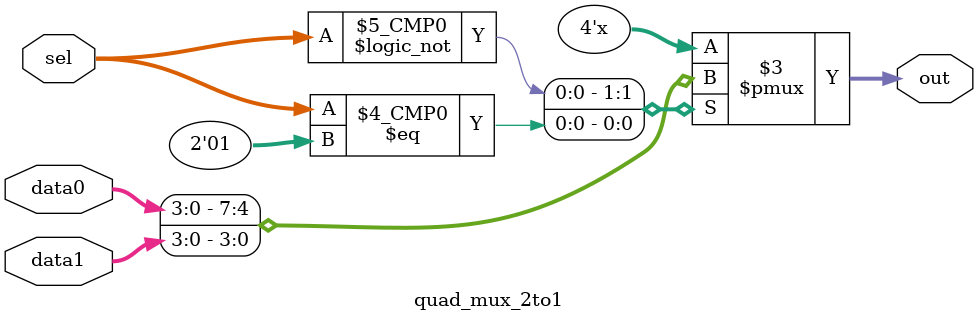
<source format=v>
module quad_mux_2to1(
    input [3:0] data0, data1, 
    input [1:0] sel,                        
    output reg [3:0] out                    
);

always @*
case (sel)
    2'b0: out = data0;
    2'b1: out = data1;
endcase

endmodule 
</source>
